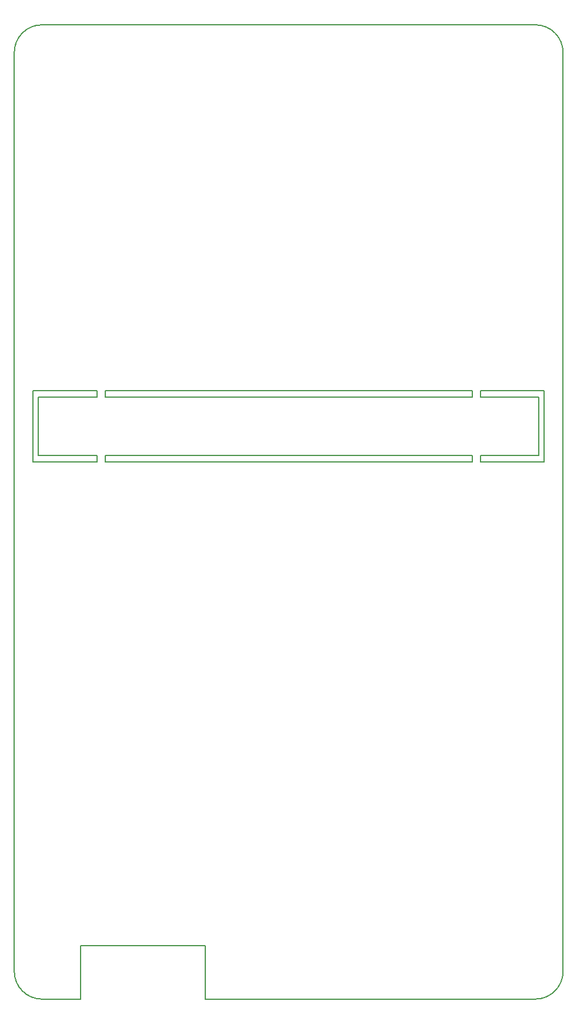
<source format=gbr>
G04 #@! TF.GenerationSoftware,KiCad,Pcbnew,5.1.5+dfsg1-2build2*
G04 #@! TF.CreationDate,2022-08-16T14:09:05+02:00*
G04 #@! TF.ProjectId,qCamPCR,7143616d-5043-4522-9e6b-696361645f70,rev?*
G04 #@! TF.SameCoordinates,Original*
G04 #@! TF.FileFunction,Profile,NP*
%FSLAX46Y46*%
G04 Gerber Fmt 4.6, Leading zero omitted, Abs format (unit mm)*
G04 Created by KiCad (PCBNEW 5.1.5+dfsg1-2build2) date 2022-08-16 14:09:05*
%MOMM*%
%LPD*%
G04 APERTURE LIST*
%ADD10C,0.150000*%
%ADD11C,0.150001*%
G04 APERTURE END LIST*
D10*
X136786292Y-82578410D02*
X136786292Y-92787792D01*
X135986292Y-91887792D02*
X135986292Y-83478233D01*
X127600000Y-82578410D02*
X127600000Y-83478233D01*
X127600000Y-91887792D02*
X127600000Y-92787792D01*
X127600000Y-92787792D02*
X136786292Y-92787792D01*
X127600000Y-91887792D02*
X135986292Y-91887792D01*
X127600000Y-83478233D02*
X135986292Y-83478233D01*
X127600000Y-82578410D02*
X136786292Y-82578410D01*
X126400000Y-91887792D02*
X126400000Y-92787792D01*
X73600000Y-91887792D02*
X73600000Y-92787792D01*
X73600000Y-92787792D02*
X126400000Y-92787792D01*
X73600000Y-91887792D02*
X126400000Y-91887792D01*
X126400000Y-82578410D02*
X126400000Y-83478233D01*
X73600000Y-82578410D02*
X73600000Y-83478233D01*
X73600000Y-83478233D02*
X126400000Y-83478233D01*
X73600000Y-82578410D02*
X126400000Y-82578410D01*
X72400000Y-91887792D02*
X72400000Y-92787792D01*
X63161325Y-92787792D02*
X72400000Y-92787792D01*
X63961325Y-91887792D02*
X72400000Y-91887792D01*
X72400000Y-82578410D02*
X72400000Y-83478233D01*
D11*
X72400000Y-83478410D02*
X63961325Y-83478233D01*
X72400000Y-82578410D02*
X63161325Y-82578410D01*
X63961325Y-83478410D02*
X63961325Y-91887792D01*
D10*
X88000000Y-169981846D02*
X135504168Y-169981846D01*
D11*
X70000000Y-169981846D02*
X64478467Y-169981669D01*
D10*
X88000000Y-162300000D02*
X88000000Y-169981846D01*
X70000000Y-162300000D02*
X88000000Y-162300000D01*
X70000000Y-169981846D02*
X70000000Y-162300000D01*
X64478467Y-169982023D02*
G75*
G02X60491230Y-165994786I0J3987237D01*
G01*
X139491228Y-165994786D02*
G75*
G02X135504168Y-169981846I-3987060J0D01*
G01*
X60491407Y-33963574D02*
G75*
G02X64478467Y-29976514I3987060J0D01*
G01*
X135504168Y-29976160D02*
G75*
G02X139491405Y-33963397I0J-3987237D01*
G01*
D11*
X60491407Y-33963574D02*
X60491230Y-165994786D01*
X135504168Y-29976514D02*
X64478467Y-29976514D01*
D10*
X139491405Y-33963397D02*
X139491405Y-165994786D01*
D11*
X63161325Y-82578410D02*
X63161325Y-92787792D01*
M02*

</source>
